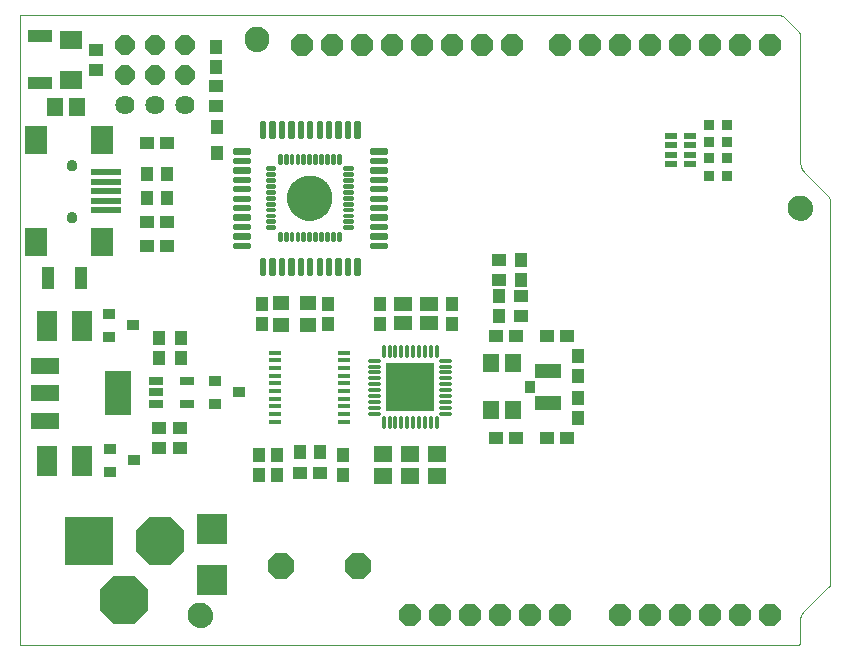
<source format=gts>
G75*
%MOIN*%
%OFA0B0*%
%FSLAX25Y25*%
%IPPOS*%
%LPD*%
%AMOC8*
5,1,8,0,0,1.08239X$1,22.5*
%
%ADD10C,0.00000*%
%ADD11C,0.08274*%
%ADD12R,0.16148X0.16148*%
%ADD13C,0.01384*%
%ADD14R,0.05518X0.06306*%
%ADD15R,0.05912X0.05124*%
%ADD16R,0.04731X0.04337*%
%ADD17R,0.04337X0.04731*%
%ADD18R,0.09061X0.04534*%
%ADD19R,0.03550X0.04337*%
%ADD20R,0.06306X0.05518*%
%ADD21R,0.04337X0.07487*%
%ADD22C,0.10000*%
%ADD23C,0.01186*%
%ADD24R,0.10400X0.02400*%
%ADD25R,0.07400X0.09400*%
%ADD26C,0.03600*%
%ADD27OC8,0.06502*%
%ADD28R,0.04337X0.05124*%
%ADD29R,0.05518X0.04534*%
%ADD30R,0.07487X0.05912*%
%ADD31R,0.09849X0.09849*%
%ADD32OC8,0.16148*%
%ADD33C,0.08077*%
%ADD34R,0.09200X0.05200*%
%ADD35R,0.09061X0.14573*%
%ADD36R,0.06699X0.09849*%
%ADD37R,0.05124X0.02565*%
%ADD38R,0.03900X0.03500*%
%ADD39R,0.08200X0.04400*%
%ADD40R,0.04300X0.01600*%
%ADD41C,0.01737*%
%ADD42C,0.04337*%
%ADD43C,0.06400*%
%ADD44R,0.03550X0.03550*%
%ADD45R,0.04400X0.02400*%
%ADD46OC8,0.07400*%
%ADD47OC8,0.08900*%
D10*
X0026130Y0004800D02*
X0026130Y0214800D01*
X0279204Y0214800D01*
X0280785Y0214145D02*
X0285716Y0209214D01*
X0286130Y0208214D02*
X0286130Y0165912D01*
X0286132Y0165774D01*
X0286137Y0165636D01*
X0286147Y0165498D01*
X0286160Y0165361D01*
X0286177Y0165224D01*
X0286197Y0165087D01*
X0286221Y0164951D01*
X0286249Y0164816D01*
X0286281Y0164681D01*
X0286316Y0164548D01*
X0286355Y0164415D01*
X0286397Y0164284D01*
X0286443Y0164154D01*
X0286492Y0164025D01*
X0286545Y0163897D01*
X0286601Y0163771D01*
X0286661Y0163646D01*
X0286724Y0163524D01*
X0286790Y0163402D01*
X0286860Y0163283D01*
X0286933Y0163166D01*
X0287009Y0163051D01*
X0287088Y0162937D01*
X0287170Y0162826D01*
X0287255Y0162717D01*
X0287343Y0162611D01*
X0287434Y0162507D01*
X0287527Y0162405D01*
X0287623Y0162306D01*
X0287623Y0162307D02*
X0295204Y0154726D01*
X0296130Y0152490D02*
X0296130Y0025628D01*
X0295544Y0024214D02*
X0287056Y0015726D01*
X0286130Y0013490D02*
X0286130Y0005800D01*
X0286128Y0005740D01*
X0286123Y0005679D01*
X0286114Y0005620D01*
X0286101Y0005561D01*
X0286085Y0005502D01*
X0286065Y0005445D01*
X0286042Y0005390D01*
X0286015Y0005335D01*
X0285986Y0005283D01*
X0285953Y0005232D01*
X0285917Y0005183D01*
X0285879Y0005137D01*
X0285837Y0005093D01*
X0285793Y0005051D01*
X0285747Y0005013D01*
X0285698Y0004977D01*
X0285647Y0004944D01*
X0285595Y0004915D01*
X0285540Y0004888D01*
X0285485Y0004865D01*
X0285428Y0004845D01*
X0285369Y0004829D01*
X0285310Y0004816D01*
X0285251Y0004807D01*
X0285190Y0004802D01*
X0285130Y0004800D01*
X0026130Y0004800D01*
X0082193Y0014800D02*
X0082195Y0014925D01*
X0082201Y0015050D01*
X0082211Y0015174D01*
X0082225Y0015298D01*
X0082242Y0015422D01*
X0082264Y0015545D01*
X0082290Y0015667D01*
X0082319Y0015789D01*
X0082352Y0015909D01*
X0082390Y0016028D01*
X0082430Y0016147D01*
X0082475Y0016263D01*
X0082523Y0016378D01*
X0082575Y0016492D01*
X0082631Y0016604D01*
X0082690Y0016714D01*
X0082752Y0016822D01*
X0082818Y0016929D01*
X0082887Y0017033D01*
X0082960Y0017134D01*
X0083035Y0017234D01*
X0083114Y0017331D01*
X0083196Y0017425D01*
X0083281Y0017517D01*
X0083368Y0017606D01*
X0083459Y0017692D01*
X0083552Y0017775D01*
X0083648Y0017856D01*
X0083746Y0017933D01*
X0083846Y0018007D01*
X0083949Y0018078D01*
X0084054Y0018145D01*
X0084162Y0018210D01*
X0084271Y0018270D01*
X0084382Y0018328D01*
X0084495Y0018381D01*
X0084609Y0018431D01*
X0084725Y0018478D01*
X0084842Y0018520D01*
X0084961Y0018559D01*
X0085081Y0018595D01*
X0085202Y0018626D01*
X0085324Y0018654D01*
X0085446Y0018677D01*
X0085570Y0018697D01*
X0085694Y0018713D01*
X0085818Y0018725D01*
X0085943Y0018733D01*
X0086068Y0018737D01*
X0086192Y0018737D01*
X0086317Y0018733D01*
X0086442Y0018725D01*
X0086566Y0018713D01*
X0086690Y0018697D01*
X0086814Y0018677D01*
X0086936Y0018654D01*
X0087058Y0018626D01*
X0087179Y0018595D01*
X0087299Y0018559D01*
X0087418Y0018520D01*
X0087535Y0018478D01*
X0087651Y0018431D01*
X0087765Y0018381D01*
X0087878Y0018328D01*
X0087989Y0018270D01*
X0088099Y0018210D01*
X0088206Y0018145D01*
X0088311Y0018078D01*
X0088414Y0018007D01*
X0088514Y0017933D01*
X0088612Y0017856D01*
X0088708Y0017775D01*
X0088801Y0017692D01*
X0088892Y0017606D01*
X0088979Y0017517D01*
X0089064Y0017425D01*
X0089146Y0017331D01*
X0089225Y0017234D01*
X0089300Y0017134D01*
X0089373Y0017033D01*
X0089442Y0016929D01*
X0089508Y0016822D01*
X0089570Y0016714D01*
X0089629Y0016604D01*
X0089685Y0016492D01*
X0089737Y0016378D01*
X0089785Y0016263D01*
X0089830Y0016147D01*
X0089870Y0016028D01*
X0089908Y0015909D01*
X0089941Y0015789D01*
X0089970Y0015667D01*
X0089996Y0015545D01*
X0090018Y0015422D01*
X0090035Y0015298D01*
X0090049Y0015174D01*
X0090059Y0015050D01*
X0090065Y0014925D01*
X0090067Y0014800D01*
X0090065Y0014675D01*
X0090059Y0014550D01*
X0090049Y0014426D01*
X0090035Y0014302D01*
X0090018Y0014178D01*
X0089996Y0014055D01*
X0089970Y0013933D01*
X0089941Y0013811D01*
X0089908Y0013691D01*
X0089870Y0013572D01*
X0089830Y0013453D01*
X0089785Y0013337D01*
X0089737Y0013222D01*
X0089685Y0013108D01*
X0089629Y0012996D01*
X0089570Y0012886D01*
X0089508Y0012778D01*
X0089442Y0012671D01*
X0089373Y0012567D01*
X0089300Y0012466D01*
X0089225Y0012366D01*
X0089146Y0012269D01*
X0089064Y0012175D01*
X0088979Y0012083D01*
X0088892Y0011994D01*
X0088801Y0011908D01*
X0088708Y0011825D01*
X0088612Y0011744D01*
X0088514Y0011667D01*
X0088414Y0011593D01*
X0088311Y0011522D01*
X0088206Y0011455D01*
X0088098Y0011390D01*
X0087989Y0011330D01*
X0087878Y0011272D01*
X0087765Y0011219D01*
X0087651Y0011169D01*
X0087535Y0011122D01*
X0087418Y0011080D01*
X0087299Y0011041D01*
X0087179Y0011005D01*
X0087058Y0010974D01*
X0086936Y0010946D01*
X0086814Y0010923D01*
X0086690Y0010903D01*
X0086566Y0010887D01*
X0086442Y0010875D01*
X0086317Y0010867D01*
X0086192Y0010863D01*
X0086068Y0010863D01*
X0085943Y0010867D01*
X0085818Y0010875D01*
X0085694Y0010887D01*
X0085570Y0010903D01*
X0085446Y0010923D01*
X0085324Y0010946D01*
X0085202Y0010974D01*
X0085081Y0011005D01*
X0084961Y0011041D01*
X0084842Y0011080D01*
X0084725Y0011122D01*
X0084609Y0011169D01*
X0084495Y0011219D01*
X0084382Y0011272D01*
X0084271Y0011330D01*
X0084161Y0011390D01*
X0084054Y0011455D01*
X0083949Y0011522D01*
X0083846Y0011593D01*
X0083746Y0011667D01*
X0083648Y0011744D01*
X0083552Y0011825D01*
X0083459Y0011908D01*
X0083368Y0011994D01*
X0083281Y0012083D01*
X0083196Y0012175D01*
X0083114Y0012269D01*
X0083035Y0012366D01*
X0082960Y0012466D01*
X0082887Y0012567D01*
X0082818Y0012671D01*
X0082752Y0012778D01*
X0082690Y0012886D01*
X0082631Y0012996D01*
X0082575Y0013108D01*
X0082523Y0013222D01*
X0082475Y0013337D01*
X0082430Y0013453D01*
X0082390Y0013572D01*
X0082352Y0013691D01*
X0082319Y0013811D01*
X0082290Y0013933D01*
X0082264Y0014055D01*
X0082242Y0014178D01*
X0082225Y0014302D01*
X0082211Y0014426D01*
X0082201Y0014550D01*
X0082195Y0014675D01*
X0082193Y0014800D01*
X0041613Y0147438D02*
X0041615Y0147518D01*
X0041621Y0147597D01*
X0041631Y0147676D01*
X0041645Y0147755D01*
X0041662Y0147833D01*
X0041684Y0147910D01*
X0041709Y0147985D01*
X0041739Y0148059D01*
X0041771Y0148132D01*
X0041808Y0148203D01*
X0041848Y0148272D01*
X0041891Y0148339D01*
X0041938Y0148404D01*
X0041987Y0148466D01*
X0042040Y0148526D01*
X0042096Y0148583D01*
X0042154Y0148638D01*
X0042215Y0148689D01*
X0042279Y0148737D01*
X0042345Y0148782D01*
X0042413Y0148824D01*
X0042483Y0148862D01*
X0042555Y0148896D01*
X0042628Y0148927D01*
X0042703Y0148955D01*
X0042780Y0148978D01*
X0042857Y0148998D01*
X0042935Y0149014D01*
X0043014Y0149026D01*
X0043093Y0149034D01*
X0043173Y0149038D01*
X0043253Y0149038D01*
X0043333Y0149034D01*
X0043412Y0149026D01*
X0043491Y0149014D01*
X0043569Y0148998D01*
X0043646Y0148978D01*
X0043723Y0148955D01*
X0043798Y0148927D01*
X0043871Y0148896D01*
X0043943Y0148862D01*
X0044013Y0148824D01*
X0044081Y0148782D01*
X0044147Y0148737D01*
X0044211Y0148689D01*
X0044272Y0148638D01*
X0044330Y0148583D01*
X0044386Y0148526D01*
X0044439Y0148466D01*
X0044488Y0148404D01*
X0044535Y0148339D01*
X0044578Y0148272D01*
X0044618Y0148203D01*
X0044655Y0148132D01*
X0044687Y0148059D01*
X0044717Y0147985D01*
X0044742Y0147910D01*
X0044764Y0147833D01*
X0044781Y0147755D01*
X0044795Y0147676D01*
X0044805Y0147597D01*
X0044811Y0147518D01*
X0044813Y0147438D01*
X0044811Y0147358D01*
X0044805Y0147279D01*
X0044795Y0147200D01*
X0044781Y0147121D01*
X0044764Y0147043D01*
X0044742Y0146966D01*
X0044717Y0146891D01*
X0044687Y0146817D01*
X0044655Y0146744D01*
X0044618Y0146673D01*
X0044578Y0146604D01*
X0044535Y0146537D01*
X0044488Y0146472D01*
X0044439Y0146410D01*
X0044386Y0146350D01*
X0044330Y0146293D01*
X0044272Y0146238D01*
X0044211Y0146187D01*
X0044147Y0146139D01*
X0044081Y0146094D01*
X0044013Y0146052D01*
X0043943Y0146014D01*
X0043871Y0145980D01*
X0043798Y0145949D01*
X0043723Y0145921D01*
X0043646Y0145898D01*
X0043569Y0145878D01*
X0043491Y0145862D01*
X0043412Y0145850D01*
X0043333Y0145842D01*
X0043253Y0145838D01*
X0043173Y0145838D01*
X0043093Y0145842D01*
X0043014Y0145850D01*
X0042935Y0145862D01*
X0042857Y0145878D01*
X0042780Y0145898D01*
X0042703Y0145921D01*
X0042628Y0145949D01*
X0042555Y0145980D01*
X0042483Y0146014D01*
X0042413Y0146052D01*
X0042345Y0146094D01*
X0042279Y0146139D01*
X0042215Y0146187D01*
X0042154Y0146238D01*
X0042096Y0146293D01*
X0042040Y0146350D01*
X0041987Y0146410D01*
X0041938Y0146472D01*
X0041891Y0146537D01*
X0041848Y0146604D01*
X0041808Y0146673D01*
X0041771Y0146744D01*
X0041739Y0146817D01*
X0041709Y0146891D01*
X0041684Y0146966D01*
X0041662Y0147043D01*
X0041645Y0147121D01*
X0041631Y0147200D01*
X0041621Y0147279D01*
X0041615Y0147358D01*
X0041613Y0147438D01*
X0041613Y0164761D02*
X0041615Y0164841D01*
X0041621Y0164920D01*
X0041631Y0164999D01*
X0041645Y0165078D01*
X0041662Y0165156D01*
X0041684Y0165233D01*
X0041709Y0165308D01*
X0041739Y0165382D01*
X0041771Y0165455D01*
X0041808Y0165526D01*
X0041848Y0165595D01*
X0041891Y0165662D01*
X0041938Y0165727D01*
X0041987Y0165789D01*
X0042040Y0165849D01*
X0042096Y0165906D01*
X0042154Y0165961D01*
X0042215Y0166012D01*
X0042279Y0166060D01*
X0042345Y0166105D01*
X0042413Y0166147D01*
X0042483Y0166185D01*
X0042555Y0166219D01*
X0042628Y0166250D01*
X0042703Y0166278D01*
X0042780Y0166301D01*
X0042857Y0166321D01*
X0042935Y0166337D01*
X0043014Y0166349D01*
X0043093Y0166357D01*
X0043173Y0166361D01*
X0043253Y0166361D01*
X0043333Y0166357D01*
X0043412Y0166349D01*
X0043491Y0166337D01*
X0043569Y0166321D01*
X0043646Y0166301D01*
X0043723Y0166278D01*
X0043798Y0166250D01*
X0043871Y0166219D01*
X0043943Y0166185D01*
X0044013Y0166147D01*
X0044081Y0166105D01*
X0044147Y0166060D01*
X0044211Y0166012D01*
X0044272Y0165961D01*
X0044330Y0165906D01*
X0044386Y0165849D01*
X0044439Y0165789D01*
X0044488Y0165727D01*
X0044535Y0165662D01*
X0044578Y0165595D01*
X0044618Y0165526D01*
X0044655Y0165455D01*
X0044687Y0165382D01*
X0044717Y0165308D01*
X0044742Y0165233D01*
X0044764Y0165156D01*
X0044781Y0165078D01*
X0044795Y0164999D01*
X0044805Y0164920D01*
X0044811Y0164841D01*
X0044813Y0164761D01*
X0044811Y0164681D01*
X0044805Y0164602D01*
X0044795Y0164523D01*
X0044781Y0164444D01*
X0044764Y0164366D01*
X0044742Y0164289D01*
X0044717Y0164214D01*
X0044687Y0164140D01*
X0044655Y0164067D01*
X0044618Y0163996D01*
X0044578Y0163927D01*
X0044535Y0163860D01*
X0044488Y0163795D01*
X0044439Y0163733D01*
X0044386Y0163673D01*
X0044330Y0163616D01*
X0044272Y0163561D01*
X0044211Y0163510D01*
X0044147Y0163462D01*
X0044081Y0163417D01*
X0044013Y0163375D01*
X0043943Y0163337D01*
X0043871Y0163303D01*
X0043798Y0163272D01*
X0043723Y0163244D01*
X0043646Y0163221D01*
X0043569Y0163201D01*
X0043491Y0163185D01*
X0043412Y0163173D01*
X0043333Y0163165D01*
X0043253Y0163161D01*
X0043173Y0163161D01*
X0043093Y0163165D01*
X0043014Y0163173D01*
X0042935Y0163185D01*
X0042857Y0163201D01*
X0042780Y0163221D01*
X0042703Y0163244D01*
X0042628Y0163272D01*
X0042555Y0163303D01*
X0042483Y0163337D01*
X0042413Y0163375D01*
X0042345Y0163417D01*
X0042279Y0163462D01*
X0042215Y0163510D01*
X0042154Y0163561D01*
X0042096Y0163616D01*
X0042040Y0163673D01*
X0041987Y0163733D01*
X0041938Y0163795D01*
X0041891Y0163860D01*
X0041848Y0163927D01*
X0041808Y0163996D01*
X0041771Y0164067D01*
X0041739Y0164140D01*
X0041709Y0164214D01*
X0041684Y0164289D01*
X0041662Y0164366D01*
X0041645Y0164444D01*
X0041631Y0164523D01*
X0041621Y0164602D01*
X0041615Y0164681D01*
X0041613Y0164761D01*
X0100943Y0206800D02*
X0100945Y0206925D01*
X0100951Y0207050D01*
X0100961Y0207174D01*
X0100975Y0207298D01*
X0100992Y0207422D01*
X0101014Y0207545D01*
X0101040Y0207667D01*
X0101069Y0207789D01*
X0101102Y0207909D01*
X0101140Y0208028D01*
X0101180Y0208147D01*
X0101225Y0208263D01*
X0101273Y0208378D01*
X0101325Y0208492D01*
X0101381Y0208604D01*
X0101440Y0208714D01*
X0101502Y0208822D01*
X0101568Y0208929D01*
X0101637Y0209033D01*
X0101710Y0209134D01*
X0101785Y0209234D01*
X0101864Y0209331D01*
X0101946Y0209425D01*
X0102031Y0209517D01*
X0102118Y0209606D01*
X0102209Y0209692D01*
X0102302Y0209775D01*
X0102398Y0209856D01*
X0102496Y0209933D01*
X0102596Y0210007D01*
X0102699Y0210078D01*
X0102804Y0210145D01*
X0102912Y0210210D01*
X0103021Y0210270D01*
X0103132Y0210328D01*
X0103245Y0210381D01*
X0103359Y0210431D01*
X0103475Y0210478D01*
X0103592Y0210520D01*
X0103711Y0210559D01*
X0103831Y0210595D01*
X0103952Y0210626D01*
X0104074Y0210654D01*
X0104196Y0210677D01*
X0104320Y0210697D01*
X0104444Y0210713D01*
X0104568Y0210725D01*
X0104693Y0210733D01*
X0104818Y0210737D01*
X0104942Y0210737D01*
X0105067Y0210733D01*
X0105192Y0210725D01*
X0105316Y0210713D01*
X0105440Y0210697D01*
X0105564Y0210677D01*
X0105686Y0210654D01*
X0105808Y0210626D01*
X0105929Y0210595D01*
X0106049Y0210559D01*
X0106168Y0210520D01*
X0106285Y0210478D01*
X0106401Y0210431D01*
X0106515Y0210381D01*
X0106628Y0210328D01*
X0106739Y0210270D01*
X0106849Y0210210D01*
X0106956Y0210145D01*
X0107061Y0210078D01*
X0107164Y0210007D01*
X0107264Y0209933D01*
X0107362Y0209856D01*
X0107458Y0209775D01*
X0107551Y0209692D01*
X0107642Y0209606D01*
X0107729Y0209517D01*
X0107814Y0209425D01*
X0107896Y0209331D01*
X0107975Y0209234D01*
X0108050Y0209134D01*
X0108123Y0209033D01*
X0108192Y0208929D01*
X0108258Y0208822D01*
X0108320Y0208714D01*
X0108379Y0208604D01*
X0108435Y0208492D01*
X0108487Y0208378D01*
X0108535Y0208263D01*
X0108580Y0208147D01*
X0108620Y0208028D01*
X0108658Y0207909D01*
X0108691Y0207789D01*
X0108720Y0207667D01*
X0108746Y0207545D01*
X0108768Y0207422D01*
X0108785Y0207298D01*
X0108799Y0207174D01*
X0108809Y0207050D01*
X0108815Y0206925D01*
X0108817Y0206800D01*
X0108815Y0206675D01*
X0108809Y0206550D01*
X0108799Y0206426D01*
X0108785Y0206302D01*
X0108768Y0206178D01*
X0108746Y0206055D01*
X0108720Y0205933D01*
X0108691Y0205811D01*
X0108658Y0205691D01*
X0108620Y0205572D01*
X0108580Y0205453D01*
X0108535Y0205337D01*
X0108487Y0205222D01*
X0108435Y0205108D01*
X0108379Y0204996D01*
X0108320Y0204886D01*
X0108258Y0204778D01*
X0108192Y0204671D01*
X0108123Y0204567D01*
X0108050Y0204466D01*
X0107975Y0204366D01*
X0107896Y0204269D01*
X0107814Y0204175D01*
X0107729Y0204083D01*
X0107642Y0203994D01*
X0107551Y0203908D01*
X0107458Y0203825D01*
X0107362Y0203744D01*
X0107264Y0203667D01*
X0107164Y0203593D01*
X0107061Y0203522D01*
X0106956Y0203455D01*
X0106848Y0203390D01*
X0106739Y0203330D01*
X0106628Y0203272D01*
X0106515Y0203219D01*
X0106401Y0203169D01*
X0106285Y0203122D01*
X0106168Y0203080D01*
X0106049Y0203041D01*
X0105929Y0203005D01*
X0105808Y0202974D01*
X0105686Y0202946D01*
X0105564Y0202923D01*
X0105440Y0202903D01*
X0105316Y0202887D01*
X0105192Y0202875D01*
X0105067Y0202867D01*
X0104942Y0202863D01*
X0104818Y0202863D01*
X0104693Y0202867D01*
X0104568Y0202875D01*
X0104444Y0202887D01*
X0104320Y0202903D01*
X0104196Y0202923D01*
X0104074Y0202946D01*
X0103952Y0202974D01*
X0103831Y0203005D01*
X0103711Y0203041D01*
X0103592Y0203080D01*
X0103475Y0203122D01*
X0103359Y0203169D01*
X0103245Y0203219D01*
X0103132Y0203272D01*
X0103021Y0203330D01*
X0102911Y0203390D01*
X0102804Y0203455D01*
X0102699Y0203522D01*
X0102596Y0203593D01*
X0102496Y0203667D01*
X0102398Y0203744D01*
X0102302Y0203825D01*
X0102209Y0203908D01*
X0102118Y0203994D01*
X0102031Y0204083D01*
X0101946Y0204175D01*
X0101864Y0204269D01*
X0101785Y0204366D01*
X0101710Y0204466D01*
X0101637Y0204567D01*
X0101568Y0204671D01*
X0101502Y0204778D01*
X0101440Y0204886D01*
X0101381Y0204996D01*
X0101325Y0205108D01*
X0101273Y0205222D01*
X0101225Y0205337D01*
X0101180Y0205453D01*
X0101140Y0205572D01*
X0101102Y0205691D01*
X0101069Y0205811D01*
X0101040Y0205933D01*
X0101014Y0206055D01*
X0100992Y0206178D01*
X0100975Y0206302D01*
X0100961Y0206426D01*
X0100951Y0206550D01*
X0100945Y0206675D01*
X0100943Y0206800D01*
X0279204Y0214800D02*
X0279296Y0214798D01*
X0279389Y0214792D01*
X0279481Y0214783D01*
X0279572Y0214770D01*
X0279663Y0214752D01*
X0279753Y0214732D01*
X0279842Y0214707D01*
X0279930Y0214679D01*
X0280017Y0214647D01*
X0280102Y0214612D01*
X0280186Y0214573D01*
X0280268Y0214531D01*
X0280349Y0214485D01*
X0280427Y0214436D01*
X0280503Y0214384D01*
X0280577Y0214329D01*
X0280649Y0214270D01*
X0280718Y0214209D01*
X0280785Y0214145D01*
X0285716Y0209214D02*
X0285767Y0209160D01*
X0285815Y0209104D01*
X0285860Y0209045D01*
X0285902Y0208984D01*
X0285941Y0208921D01*
X0285976Y0208856D01*
X0286008Y0208789D01*
X0286036Y0208721D01*
X0286061Y0208651D01*
X0286082Y0208580D01*
X0286099Y0208508D01*
X0286113Y0208435D01*
X0286122Y0208362D01*
X0286128Y0208288D01*
X0286130Y0208214D01*
X0295204Y0154726D02*
X0295279Y0154648D01*
X0295351Y0154568D01*
X0295421Y0154485D01*
X0295487Y0154401D01*
X0295551Y0154313D01*
X0295612Y0154224D01*
X0295670Y0154133D01*
X0295724Y0154040D01*
X0295775Y0153945D01*
X0295824Y0153848D01*
X0295868Y0153750D01*
X0295910Y0153650D01*
X0295947Y0153549D01*
X0295982Y0153447D01*
X0296013Y0153343D01*
X0296040Y0153239D01*
X0296064Y0153133D01*
X0296084Y0153027D01*
X0296101Y0152921D01*
X0296113Y0152813D01*
X0296123Y0152706D01*
X0296128Y0152598D01*
X0296130Y0152490D01*
X0282193Y0150550D02*
X0282195Y0150675D01*
X0282201Y0150800D01*
X0282211Y0150924D01*
X0282225Y0151048D01*
X0282242Y0151172D01*
X0282264Y0151295D01*
X0282290Y0151417D01*
X0282319Y0151539D01*
X0282352Y0151659D01*
X0282390Y0151778D01*
X0282430Y0151897D01*
X0282475Y0152013D01*
X0282523Y0152128D01*
X0282575Y0152242D01*
X0282631Y0152354D01*
X0282690Y0152464D01*
X0282752Y0152572D01*
X0282818Y0152679D01*
X0282887Y0152783D01*
X0282960Y0152884D01*
X0283035Y0152984D01*
X0283114Y0153081D01*
X0283196Y0153175D01*
X0283281Y0153267D01*
X0283368Y0153356D01*
X0283459Y0153442D01*
X0283552Y0153525D01*
X0283648Y0153606D01*
X0283746Y0153683D01*
X0283846Y0153757D01*
X0283949Y0153828D01*
X0284054Y0153895D01*
X0284162Y0153960D01*
X0284271Y0154020D01*
X0284382Y0154078D01*
X0284495Y0154131D01*
X0284609Y0154181D01*
X0284725Y0154228D01*
X0284842Y0154270D01*
X0284961Y0154309D01*
X0285081Y0154345D01*
X0285202Y0154376D01*
X0285324Y0154404D01*
X0285446Y0154427D01*
X0285570Y0154447D01*
X0285694Y0154463D01*
X0285818Y0154475D01*
X0285943Y0154483D01*
X0286068Y0154487D01*
X0286192Y0154487D01*
X0286317Y0154483D01*
X0286442Y0154475D01*
X0286566Y0154463D01*
X0286690Y0154447D01*
X0286814Y0154427D01*
X0286936Y0154404D01*
X0287058Y0154376D01*
X0287179Y0154345D01*
X0287299Y0154309D01*
X0287418Y0154270D01*
X0287535Y0154228D01*
X0287651Y0154181D01*
X0287765Y0154131D01*
X0287878Y0154078D01*
X0287989Y0154020D01*
X0288099Y0153960D01*
X0288206Y0153895D01*
X0288311Y0153828D01*
X0288414Y0153757D01*
X0288514Y0153683D01*
X0288612Y0153606D01*
X0288708Y0153525D01*
X0288801Y0153442D01*
X0288892Y0153356D01*
X0288979Y0153267D01*
X0289064Y0153175D01*
X0289146Y0153081D01*
X0289225Y0152984D01*
X0289300Y0152884D01*
X0289373Y0152783D01*
X0289442Y0152679D01*
X0289508Y0152572D01*
X0289570Y0152464D01*
X0289629Y0152354D01*
X0289685Y0152242D01*
X0289737Y0152128D01*
X0289785Y0152013D01*
X0289830Y0151897D01*
X0289870Y0151778D01*
X0289908Y0151659D01*
X0289941Y0151539D01*
X0289970Y0151417D01*
X0289996Y0151295D01*
X0290018Y0151172D01*
X0290035Y0151048D01*
X0290049Y0150924D01*
X0290059Y0150800D01*
X0290065Y0150675D01*
X0290067Y0150550D01*
X0290065Y0150425D01*
X0290059Y0150300D01*
X0290049Y0150176D01*
X0290035Y0150052D01*
X0290018Y0149928D01*
X0289996Y0149805D01*
X0289970Y0149683D01*
X0289941Y0149561D01*
X0289908Y0149441D01*
X0289870Y0149322D01*
X0289830Y0149203D01*
X0289785Y0149087D01*
X0289737Y0148972D01*
X0289685Y0148858D01*
X0289629Y0148746D01*
X0289570Y0148636D01*
X0289508Y0148528D01*
X0289442Y0148421D01*
X0289373Y0148317D01*
X0289300Y0148216D01*
X0289225Y0148116D01*
X0289146Y0148019D01*
X0289064Y0147925D01*
X0288979Y0147833D01*
X0288892Y0147744D01*
X0288801Y0147658D01*
X0288708Y0147575D01*
X0288612Y0147494D01*
X0288514Y0147417D01*
X0288414Y0147343D01*
X0288311Y0147272D01*
X0288206Y0147205D01*
X0288098Y0147140D01*
X0287989Y0147080D01*
X0287878Y0147022D01*
X0287765Y0146969D01*
X0287651Y0146919D01*
X0287535Y0146872D01*
X0287418Y0146830D01*
X0287299Y0146791D01*
X0287179Y0146755D01*
X0287058Y0146724D01*
X0286936Y0146696D01*
X0286814Y0146673D01*
X0286690Y0146653D01*
X0286566Y0146637D01*
X0286442Y0146625D01*
X0286317Y0146617D01*
X0286192Y0146613D01*
X0286068Y0146613D01*
X0285943Y0146617D01*
X0285818Y0146625D01*
X0285694Y0146637D01*
X0285570Y0146653D01*
X0285446Y0146673D01*
X0285324Y0146696D01*
X0285202Y0146724D01*
X0285081Y0146755D01*
X0284961Y0146791D01*
X0284842Y0146830D01*
X0284725Y0146872D01*
X0284609Y0146919D01*
X0284495Y0146969D01*
X0284382Y0147022D01*
X0284271Y0147080D01*
X0284161Y0147140D01*
X0284054Y0147205D01*
X0283949Y0147272D01*
X0283846Y0147343D01*
X0283746Y0147417D01*
X0283648Y0147494D01*
X0283552Y0147575D01*
X0283459Y0147658D01*
X0283368Y0147744D01*
X0283281Y0147833D01*
X0283196Y0147925D01*
X0283114Y0148019D01*
X0283035Y0148116D01*
X0282960Y0148216D01*
X0282887Y0148317D01*
X0282818Y0148421D01*
X0282752Y0148528D01*
X0282690Y0148636D01*
X0282631Y0148746D01*
X0282575Y0148858D01*
X0282523Y0148972D01*
X0282475Y0149087D01*
X0282430Y0149203D01*
X0282390Y0149322D01*
X0282352Y0149441D01*
X0282319Y0149561D01*
X0282290Y0149683D01*
X0282264Y0149805D01*
X0282242Y0149928D01*
X0282225Y0150052D01*
X0282211Y0150176D01*
X0282201Y0150300D01*
X0282195Y0150425D01*
X0282193Y0150550D01*
X0296130Y0025628D02*
X0296128Y0025541D01*
X0296122Y0025454D01*
X0296113Y0025367D01*
X0296100Y0025281D01*
X0296083Y0025195D01*
X0296062Y0025110D01*
X0296037Y0025027D01*
X0296009Y0024944D01*
X0295978Y0024863D01*
X0295943Y0024783D01*
X0295904Y0024705D01*
X0295862Y0024628D01*
X0295817Y0024553D01*
X0295768Y0024481D01*
X0295717Y0024410D01*
X0295662Y0024342D01*
X0295605Y0024277D01*
X0295544Y0024214D01*
X0287056Y0015726D02*
X0286981Y0015648D01*
X0286909Y0015568D01*
X0286839Y0015485D01*
X0286773Y0015401D01*
X0286709Y0015313D01*
X0286648Y0015224D01*
X0286590Y0015133D01*
X0286536Y0015040D01*
X0286485Y0014945D01*
X0286436Y0014848D01*
X0286392Y0014750D01*
X0286350Y0014650D01*
X0286313Y0014549D01*
X0286278Y0014447D01*
X0286247Y0014343D01*
X0286220Y0014239D01*
X0286196Y0014133D01*
X0286176Y0014027D01*
X0286159Y0013921D01*
X0286147Y0013813D01*
X0286137Y0013706D01*
X0286132Y0013598D01*
X0286130Y0013490D01*
D11*
X0286130Y0150550D03*
X0104880Y0206800D03*
X0086130Y0014800D03*
D12*
X0049030Y0039500D03*
X0156114Y0090800D03*
D13*
X0145819Y0089816D02*
X0142867Y0089816D01*
X0142867Y0091784D02*
X0145819Y0091784D01*
X0145819Y0093753D02*
X0142867Y0093753D01*
X0142867Y0095721D02*
X0145819Y0095721D01*
X0145819Y0097690D02*
X0142867Y0097690D01*
X0142867Y0099658D02*
X0145819Y0099658D01*
X0147256Y0101096D02*
X0147256Y0104048D01*
X0149224Y0104048D02*
X0149224Y0101096D01*
X0151193Y0101096D02*
X0151193Y0104048D01*
X0153161Y0104048D02*
X0153161Y0101096D01*
X0155130Y0101096D02*
X0155130Y0104048D01*
X0157098Y0104048D02*
X0157098Y0101096D01*
X0159067Y0101096D02*
X0159067Y0104048D01*
X0161036Y0104048D02*
X0161036Y0101096D01*
X0163004Y0101096D02*
X0163004Y0104048D01*
X0164973Y0104048D02*
X0164973Y0101096D01*
X0166410Y0099658D02*
X0169362Y0099658D01*
X0169362Y0097690D02*
X0166410Y0097690D01*
X0166410Y0095721D02*
X0169362Y0095721D01*
X0169362Y0093753D02*
X0166410Y0093753D01*
X0166410Y0091784D02*
X0169362Y0091784D01*
X0169362Y0089816D02*
X0166410Y0089816D01*
X0166410Y0087847D02*
X0169362Y0087847D01*
X0169362Y0085879D02*
X0166410Y0085879D01*
X0166410Y0083910D02*
X0169362Y0083910D01*
X0169362Y0081942D02*
X0166410Y0081942D01*
X0164973Y0080504D02*
X0164973Y0077552D01*
X0163004Y0077552D02*
X0163004Y0080504D01*
X0161036Y0080504D02*
X0161036Y0077552D01*
X0159067Y0077552D02*
X0159067Y0080504D01*
X0157098Y0080504D02*
X0157098Y0077552D01*
X0155130Y0077552D02*
X0155130Y0080504D01*
X0153161Y0080504D02*
X0153161Y0077552D01*
X0151193Y0077552D02*
X0151193Y0080504D01*
X0149224Y0080504D02*
X0149224Y0077552D01*
X0147256Y0077552D02*
X0147256Y0080504D01*
X0145819Y0081942D02*
X0142867Y0081942D01*
X0142867Y0083910D02*
X0145819Y0083910D01*
X0145819Y0085879D02*
X0142867Y0085879D01*
X0142867Y0087847D02*
X0145819Y0087847D01*
D14*
X0182890Y0083300D03*
X0190370Y0083300D03*
X0190370Y0098800D03*
X0182890Y0098800D03*
X0045170Y0184100D03*
X0037690Y0184100D03*
D15*
X0153799Y0118450D03*
X0153799Y0112150D03*
X0162461Y0112150D03*
X0162461Y0118450D03*
D16*
X0185630Y0126454D03*
X0185630Y0133146D03*
X0193130Y0121146D03*
X0193130Y0114454D03*
X0191476Y0107800D03*
X0184784Y0107800D03*
X0201784Y0107800D03*
X0208476Y0107800D03*
X0208476Y0073800D03*
X0201784Y0073800D03*
X0191476Y0073800D03*
X0184784Y0073800D03*
X0125976Y0062050D03*
X0119284Y0062050D03*
X0079380Y0070454D03*
X0072380Y0070454D03*
X0072380Y0077146D03*
X0079380Y0077146D03*
X0074976Y0137800D03*
X0068284Y0137800D03*
X0068284Y0145800D03*
X0074976Y0145800D03*
X0074976Y0172300D03*
X0068284Y0172300D03*
X0091433Y0184572D03*
X0091433Y0191265D03*
X0051230Y0196454D03*
X0051230Y0203146D03*
D17*
X0091465Y0204111D03*
X0091465Y0197418D03*
X0074976Y0161800D03*
X0068284Y0161800D03*
X0068284Y0153800D03*
X0074976Y0153800D03*
X0106630Y0118646D03*
X0106630Y0111954D03*
X0128630Y0111954D03*
X0128630Y0118646D03*
X0146130Y0118646D03*
X0146130Y0111954D03*
X0170130Y0111954D03*
X0170130Y0118646D03*
X0185630Y0121146D03*
X0185630Y0114454D03*
X0193130Y0126454D03*
X0193130Y0133146D03*
X0212130Y0101146D03*
X0212130Y0094454D03*
X0212130Y0087146D03*
X0212130Y0080454D03*
X0133630Y0068146D03*
X0133630Y0061454D03*
X0125976Y0069300D03*
X0119284Y0069300D03*
X0111630Y0068146D03*
X0105630Y0068146D03*
X0105630Y0061454D03*
X0111630Y0061454D03*
X0079630Y0100454D03*
X0072380Y0100454D03*
X0072380Y0107146D03*
X0079630Y0107146D03*
D18*
X0202130Y0096213D03*
X0202130Y0085387D03*
D19*
X0196126Y0090800D03*
D20*
X0165130Y0068540D03*
X0165130Y0061060D03*
X0156130Y0061060D03*
X0156130Y0068540D03*
X0147130Y0068540D03*
X0147130Y0061060D03*
D21*
X0046392Y0127300D03*
X0035368Y0127300D03*
D22*
X0120130Y0153800D02*
X0120132Y0153899D01*
X0120138Y0153999D01*
X0120148Y0154098D01*
X0120162Y0154196D01*
X0120179Y0154294D01*
X0120201Y0154391D01*
X0120226Y0154487D01*
X0120255Y0154582D01*
X0120288Y0154676D01*
X0120325Y0154768D01*
X0120365Y0154859D01*
X0120409Y0154948D01*
X0120457Y0155036D01*
X0120508Y0155121D01*
X0120562Y0155204D01*
X0120619Y0155286D01*
X0120680Y0155364D01*
X0120744Y0155441D01*
X0120810Y0155514D01*
X0120880Y0155585D01*
X0120952Y0155653D01*
X0121027Y0155719D01*
X0121105Y0155781D01*
X0121185Y0155840D01*
X0121267Y0155896D01*
X0121351Y0155948D01*
X0121438Y0155997D01*
X0121526Y0156043D01*
X0121616Y0156085D01*
X0121708Y0156124D01*
X0121801Y0156159D01*
X0121895Y0156190D01*
X0121991Y0156217D01*
X0122088Y0156240D01*
X0122185Y0156260D01*
X0122283Y0156276D01*
X0122382Y0156288D01*
X0122481Y0156296D01*
X0122580Y0156300D01*
X0122680Y0156300D01*
X0122779Y0156296D01*
X0122878Y0156288D01*
X0122977Y0156276D01*
X0123075Y0156260D01*
X0123172Y0156240D01*
X0123269Y0156217D01*
X0123365Y0156190D01*
X0123459Y0156159D01*
X0123552Y0156124D01*
X0123644Y0156085D01*
X0123734Y0156043D01*
X0123822Y0155997D01*
X0123909Y0155948D01*
X0123993Y0155896D01*
X0124075Y0155840D01*
X0124155Y0155781D01*
X0124233Y0155719D01*
X0124308Y0155653D01*
X0124380Y0155585D01*
X0124450Y0155514D01*
X0124516Y0155441D01*
X0124580Y0155364D01*
X0124641Y0155286D01*
X0124698Y0155204D01*
X0124752Y0155121D01*
X0124803Y0155036D01*
X0124851Y0154948D01*
X0124895Y0154859D01*
X0124935Y0154768D01*
X0124972Y0154676D01*
X0125005Y0154582D01*
X0125034Y0154487D01*
X0125059Y0154391D01*
X0125081Y0154294D01*
X0125098Y0154196D01*
X0125112Y0154098D01*
X0125122Y0153999D01*
X0125128Y0153899D01*
X0125130Y0153800D01*
X0125128Y0153701D01*
X0125122Y0153601D01*
X0125112Y0153502D01*
X0125098Y0153404D01*
X0125081Y0153306D01*
X0125059Y0153209D01*
X0125034Y0153113D01*
X0125005Y0153018D01*
X0124972Y0152924D01*
X0124935Y0152832D01*
X0124895Y0152741D01*
X0124851Y0152652D01*
X0124803Y0152564D01*
X0124752Y0152479D01*
X0124698Y0152396D01*
X0124641Y0152314D01*
X0124580Y0152236D01*
X0124516Y0152159D01*
X0124450Y0152086D01*
X0124380Y0152015D01*
X0124308Y0151947D01*
X0124233Y0151881D01*
X0124155Y0151819D01*
X0124075Y0151760D01*
X0123993Y0151704D01*
X0123909Y0151652D01*
X0123822Y0151603D01*
X0123734Y0151557D01*
X0123644Y0151515D01*
X0123552Y0151476D01*
X0123459Y0151441D01*
X0123365Y0151410D01*
X0123269Y0151383D01*
X0123172Y0151360D01*
X0123075Y0151340D01*
X0122977Y0151324D01*
X0122878Y0151312D01*
X0122779Y0151304D01*
X0122680Y0151300D01*
X0122580Y0151300D01*
X0122481Y0151304D01*
X0122382Y0151312D01*
X0122283Y0151324D01*
X0122185Y0151340D01*
X0122088Y0151360D01*
X0121991Y0151383D01*
X0121895Y0151410D01*
X0121801Y0151441D01*
X0121708Y0151476D01*
X0121616Y0151515D01*
X0121526Y0151557D01*
X0121438Y0151603D01*
X0121351Y0151652D01*
X0121267Y0151704D01*
X0121185Y0151760D01*
X0121105Y0151819D01*
X0121027Y0151881D01*
X0120952Y0151947D01*
X0120880Y0152015D01*
X0120810Y0152086D01*
X0120744Y0152159D01*
X0120680Y0152236D01*
X0120619Y0152314D01*
X0120562Y0152396D01*
X0120508Y0152479D01*
X0120457Y0152564D01*
X0120409Y0152652D01*
X0120365Y0152741D01*
X0120325Y0152832D01*
X0120288Y0152924D01*
X0120255Y0153018D01*
X0120226Y0153113D01*
X0120201Y0153209D01*
X0120179Y0153306D01*
X0120162Y0153404D01*
X0120148Y0153502D01*
X0120138Y0153601D01*
X0120132Y0153701D01*
X0120130Y0153800D01*
D23*
X0110819Y0153652D02*
X0108653Y0153652D01*
X0108653Y0153948D01*
X0110819Y0153948D01*
X0110819Y0153652D01*
X0110819Y0151683D02*
X0108653Y0151683D01*
X0108653Y0151979D01*
X0110819Y0151979D01*
X0110819Y0151683D01*
X0110819Y0149715D02*
X0108653Y0149715D01*
X0108653Y0150011D01*
X0110819Y0150011D01*
X0110819Y0149715D01*
X0110819Y0147746D02*
X0108653Y0147746D01*
X0108653Y0148042D01*
X0110819Y0148042D01*
X0110819Y0147746D01*
X0110819Y0145778D02*
X0108653Y0145778D01*
X0108653Y0146074D01*
X0110819Y0146074D01*
X0110819Y0145778D01*
X0110819Y0143809D02*
X0108653Y0143809D01*
X0108653Y0144105D01*
X0110819Y0144105D01*
X0110819Y0143809D01*
X0112935Y0141989D02*
X0112935Y0139823D01*
X0112639Y0139823D01*
X0112639Y0141989D01*
X0112935Y0141989D01*
X0112935Y0141008D02*
X0112639Y0141008D01*
X0114904Y0141989D02*
X0114904Y0139823D01*
X0114608Y0139823D01*
X0114608Y0141989D01*
X0114904Y0141989D01*
X0114904Y0141008D02*
X0114608Y0141008D01*
X0116872Y0141989D02*
X0116872Y0139823D01*
X0116576Y0139823D01*
X0116576Y0141989D01*
X0116872Y0141989D01*
X0116872Y0141008D02*
X0116576Y0141008D01*
X0118841Y0141989D02*
X0118841Y0139823D01*
X0118545Y0139823D01*
X0118545Y0141989D01*
X0118841Y0141989D01*
X0118841Y0141008D02*
X0118545Y0141008D01*
X0120809Y0141989D02*
X0120809Y0139823D01*
X0120513Y0139823D01*
X0120513Y0141989D01*
X0120809Y0141989D01*
X0120809Y0141008D02*
X0120513Y0141008D01*
X0122778Y0141989D02*
X0122778Y0139823D01*
X0122482Y0139823D01*
X0122482Y0141989D01*
X0122778Y0141989D01*
X0122778Y0141008D02*
X0122482Y0141008D01*
X0124746Y0141989D02*
X0124746Y0139823D01*
X0124450Y0139823D01*
X0124450Y0141989D01*
X0124746Y0141989D01*
X0124746Y0141008D02*
X0124450Y0141008D01*
X0126715Y0141989D02*
X0126715Y0139823D01*
X0126419Y0139823D01*
X0126419Y0141989D01*
X0126715Y0141989D01*
X0126715Y0141008D02*
X0126419Y0141008D01*
X0128684Y0141989D02*
X0128684Y0139823D01*
X0128388Y0139823D01*
X0128388Y0141989D01*
X0128684Y0141989D01*
X0128684Y0141008D02*
X0128388Y0141008D01*
X0130652Y0141989D02*
X0130652Y0139823D01*
X0130356Y0139823D01*
X0130356Y0141989D01*
X0130652Y0141989D01*
X0130652Y0141008D02*
X0130356Y0141008D01*
X0132621Y0141989D02*
X0132621Y0139823D01*
X0132325Y0139823D01*
X0132325Y0141989D01*
X0132621Y0141989D01*
X0132621Y0141008D02*
X0132325Y0141008D01*
X0134441Y0144105D02*
X0136607Y0144105D01*
X0136607Y0143809D01*
X0134441Y0143809D01*
X0134441Y0144105D01*
X0134441Y0146074D02*
X0136607Y0146074D01*
X0136607Y0145778D01*
X0134441Y0145778D01*
X0134441Y0146074D01*
X0134441Y0148042D02*
X0136607Y0148042D01*
X0136607Y0147746D01*
X0134441Y0147746D01*
X0134441Y0148042D01*
X0134441Y0150011D02*
X0136607Y0150011D01*
X0136607Y0149715D01*
X0134441Y0149715D01*
X0134441Y0150011D01*
X0134441Y0151979D02*
X0136607Y0151979D01*
X0136607Y0151683D01*
X0134441Y0151683D01*
X0134441Y0151979D01*
X0134441Y0153948D02*
X0136607Y0153948D01*
X0136607Y0153652D01*
X0134441Y0153652D01*
X0134441Y0153948D01*
X0134441Y0155917D02*
X0136607Y0155917D01*
X0136607Y0155621D01*
X0134441Y0155621D01*
X0134441Y0155917D01*
X0134441Y0157885D02*
X0136607Y0157885D01*
X0136607Y0157589D01*
X0134441Y0157589D01*
X0134441Y0157885D01*
X0134441Y0159854D02*
X0136607Y0159854D01*
X0136607Y0159558D01*
X0134441Y0159558D01*
X0134441Y0159854D01*
X0134441Y0161822D02*
X0136607Y0161822D01*
X0136607Y0161526D01*
X0134441Y0161526D01*
X0134441Y0161822D01*
X0134441Y0163791D02*
X0136607Y0163791D01*
X0136607Y0163495D01*
X0134441Y0163495D01*
X0134441Y0163791D01*
X0132325Y0165611D02*
X0132325Y0167777D01*
X0132621Y0167777D01*
X0132621Y0165611D01*
X0132325Y0165611D01*
X0132325Y0166796D02*
X0132621Y0166796D01*
X0130356Y0167777D02*
X0130356Y0165611D01*
X0130356Y0167777D02*
X0130652Y0167777D01*
X0130652Y0165611D01*
X0130356Y0165611D01*
X0130356Y0166796D02*
X0130652Y0166796D01*
X0128388Y0167777D02*
X0128388Y0165611D01*
X0128388Y0167777D02*
X0128684Y0167777D01*
X0128684Y0165611D01*
X0128388Y0165611D01*
X0128388Y0166796D02*
X0128684Y0166796D01*
X0126419Y0167777D02*
X0126419Y0165611D01*
X0126419Y0167777D02*
X0126715Y0167777D01*
X0126715Y0165611D01*
X0126419Y0165611D01*
X0126419Y0166796D02*
X0126715Y0166796D01*
X0124450Y0167777D02*
X0124450Y0165611D01*
X0124450Y0167777D02*
X0124746Y0167777D01*
X0124746Y0165611D01*
X0124450Y0165611D01*
X0124450Y0166796D02*
X0124746Y0166796D01*
X0122482Y0167777D02*
X0122482Y0165611D01*
X0122482Y0167777D02*
X0122778Y0167777D01*
X0122778Y0165611D01*
X0122482Y0165611D01*
X0122482Y0166796D02*
X0122778Y0166796D01*
X0120513Y0167777D02*
X0120513Y0165611D01*
X0120513Y0167777D02*
X0120809Y0167777D01*
X0120809Y0165611D01*
X0120513Y0165611D01*
X0120513Y0166796D02*
X0120809Y0166796D01*
X0118545Y0167777D02*
X0118545Y0165611D01*
X0118545Y0167777D02*
X0118841Y0167777D01*
X0118841Y0165611D01*
X0118545Y0165611D01*
X0118545Y0166796D02*
X0118841Y0166796D01*
X0116576Y0167777D02*
X0116576Y0165611D01*
X0116576Y0167777D02*
X0116872Y0167777D01*
X0116872Y0165611D01*
X0116576Y0165611D01*
X0116576Y0166796D02*
X0116872Y0166796D01*
X0114608Y0167777D02*
X0114608Y0165611D01*
X0114608Y0167777D02*
X0114904Y0167777D01*
X0114904Y0165611D01*
X0114608Y0165611D01*
X0114608Y0166796D02*
X0114904Y0166796D01*
X0112639Y0167777D02*
X0112639Y0165611D01*
X0112639Y0167777D02*
X0112935Y0167777D01*
X0112935Y0165611D01*
X0112639Y0165611D01*
X0112639Y0166796D02*
X0112935Y0166796D01*
X0110819Y0163495D02*
X0108653Y0163495D01*
X0108653Y0163791D01*
X0110819Y0163791D01*
X0110819Y0163495D01*
X0110819Y0161526D02*
X0108653Y0161526D01*
X0108653Y0161822D01*
X0110819Y0161822D01*
X0110819Y0161526D01*
X0110819Y0159558D02*
X0108653Y0159558D01*
X0108653Y0159854D01*
X0110819Y0159854D01*
X0110819Y0159558D01*
X0110819Y0157589D02*
X0108653Y0157589D01*
X0108653Y0157885D01*
X0110819Y0157885D01*
X0110819Y0157589D01*
X0110819Y0155621D02*
X0108653Y0155621D01*
X0108653Y0155917D01*
X0110819Y0155917D01*
X0110819Y0155621D01*
D24*
X0054630Y0156099D03*
X0054630Y0159249D03*
X0054630Y0162398D03*
X0054630Y0152950D03*
X0054630Y0149800D03*
D25*
X0053213Y0139101D03*
X0031213Y0139101D03*
X0031213Y0173101D03*
X0053213Y0173101D03*
D26*
X0043213Y0164761D03*
X0043213Y0147438D03*
D27*
X0061177Y0194800D03*
X0071177Y0194800D03*
X0081177Y0194800D03*
X0081177Y0204800D03*
X0071177Y0204800D03*
X0061177Y0204800D03*
D28*
X0091630Y0177381D03*
X0091630Y0168719D03*
D29*
X0113102Y0118942D03*
X0113102Y0111658D03*
X0122158Y0111658D03*
X0122158Y0118942D03*
D30*
X0043130Y0193107D03*
X0043130Y0206493D03*
D31*
X0090130Y0043711D03*
X0090130Y0026389D03*
D32*
X0072630Y0039500D03*
X0060830Y0019800D03*
D33*
X0057830Y0019800D03*
X0063830Y0019800D03*
X0072630Y0036500D03*
X0072630Y0042500D03*
X0049030Y0042500D03*
X0049030Y0036500D03*
D34*
X0034430Y0079700D03*
X0034430Y0088800D03*
X0034430Y0097900D03*
D35*
X0058831Y0088800D03*
D36*
X0046786Y0111300D03*
X0034974Y0111300D03*
X0034974Y0066300D03*
X0046786Y0066300D03*
D37*
X0071512Y0085310D03*
X0071512Y0089050D03*
X0071512Y0092790D03*
X0081748Y0092790D03*
X0081748Y0085310D03*
D38*
X0091130Y0085350D03*
X0099130Y0089150D03*
X0091130Y0092950D03*
X0063870Y0111450D03*
X0055870Y0107650D03*
X0055870Y0115250D03*
X0055880Y0070200D03*
X0063880Y0066400D03*
X0055880Y0062600D03*
D39*
X0032830Y0192050D03*
X0032830Y0207800D03*
D40*
X0111143Y0102316D03*
X0111143Y0099757D03*
X0111143Y0097198D03*
X0111143Y0094639D03*
X0111143Y0092080D03*
X0111143Y0089520D03*
X0111143Y0086961D03*
X0111143Y0084402D03*
X0111143Y0081843D03*
X0111143Y0079284D03*
X0134117Y0079284D03*
X0134117Y0081843D03*
X0134117Y0084402D03*
X0134117Y0086961D03*
X0134117Y0089520D03*
X0134117Y0092080D03*
X0134117Y0094639D03*
X0134117Y0097198D03*
X0134117Y0099757D03*
X0134117Y0102316D03*
D41*
X0135010Y0128877D02*
X0135446Y0128877D01*
X0135010Y0128877D02*
X0135010Y0133053D01*
X0135446Y0133053D01*
X0135446Y0128877D01*
X0135446Y0130613D02*
X0135010Y0130613D01*
X0135010Y0132349D02*
X0135446Y0132349D01*
X0138160Y0128877D02*
X0138596Y0128877D01*
X0138160Y0128877D02*
X0138160Y0133053D01*
X0138596Y0133053D01*
X0138596Y0128877D01*
X0138596Y0130613D02*
X0138160Y0130613D01*
X0138160Y0132349D02*
X0138596Y0132349D01*
X0132297Y0128877D02*
X0131861Y0128877D01*
X0131861Y0133053D01*
X0132297Y0133053D01*
X0132297Y0128877D01*
X0132297Y0130613D02*
X0131861Y0130613D01*
X0131861Y0132349D02*
X0132297Y0132349D01*
X0129147Y0128877D02*
X0128711Y0128877D01*
X0128711Y0133053D01*
X0129147Y0133053D01*
X0129147Y0128877D01*
X0129147Y0130613D02*
X0128711Y0130613D01*
X0128711Y0132349D02*
X0129147Y0132349D01*
X0125998Y0128877D02*
X0125562Y0128877D01*
X0125562Y0133053D01*
X0125998Y0133053D01*
X0125998Y0128877D01*
X0125998Y0130613D02*
X0125562Y0130613D01*
X0125562Y0132349D02*
X0125998Y0132349D01*
X0122848Y0128877D02*
X0122412Y0128877D01*
X0122412Y0133053D01*
X0122848Y0133053D01*
X0122848Y0128877D01*
X0122848Y0130613D02*
X0122412Y0130613D01*
X0122412Y0132349D02*
X0122848Y0132349D01*
X0119698Y0128877D02*
X0119262Y0128877D01*
X0119262Y0133053D01*
X0119698Y0133053D01*
X0119698Y0128877D01*
X0119698Y0130613D02*
X0119262Y0130613D01*
X0119262Y0132349D02*
X0119698Y0132349D01*
X0116549Y0128877D02*
X0116113Y0128877D01*
X0116113Y0133053D01*
X0116549Y0133053D01*
X0116549Y0128877D01*
X0116549Y0130613D02*
X0116113Y0130613D01*
X0116113Y0132349D02*
X0116549Y0132349D01*
X0113399Y0128877D02*
X0112963Y0128877D01*
X0112963Y0133053D01*
X0113399Y0133053D01*
X0113399Y0128877D01*
X0113399Y0130613D02*
X0112963Y0130613D01*
X0112963Y0132349D02*
X0113399Y0132349D01*
X0110250Y0128877D02*
X0109814Y0128877D01*
X0109814Y0133053D01*
X0110250Y0133053D01*
X0110250Y0128877D01*
X0110250Y0130613D02*
X0109814Y0130613D01*
X0109814Y0132349D02*
X0110250Y0132349D01*
X0107100Y0128877D02*
X0106664Y0128877D01*
X0106664Y0133053D01*
X0107100Y0133053D01*
X0107100Y0128877D01*
X0107100Y0130613D02*
X0106664Y0130613D01*
X0106664Y0132349D02*
X0107100Y0132349D01*
X0101883Y0137834D02*
X0097707Y0137834D01*
X0097707Y0138270D01*
X0101883Y0138270D01*
X0101883Y0137834D01*
X0101883Y0140984D02*
X0097707Y0140984D01*
X0097707Y0141420D01*
X0101883Y0141420D01*
X0101883Y0140984D01*
X0101883Y0144133D02*
X0097707Y0144133D01*
X0097707Y0144569D01*
X0101883Y0144569D01*
X0101883Y0144133D01*
X0101883Y0147283D02*
X0097707Y0147283D01*
X0097707Y0147719D01*
X0101883Y0147719D01*
X0101883Y0147283D01*
X0101883Y0150432D02*
X0097707Y0150432D01*
X0097707Y0150868D01*
X0101883Y0150868D01*
X0101883Y0150432D01*
X0101883Y0153582D02*
X0097707Y0153582D01*
X0097707Y0154018D01*
X0101883Y0154018D01*
X0101883Y0153582D01*
X0101883Y0156732D02*
X0097707Y0156732D01*
X0097707Y0157168D01*
X0101883Y0157168D01*
X0101883Y0156732D01*
X0101883Y0159881D02*
X0097707Y0159881D01*
X0097707Y0160317D01*
X0101883Y0160317D01*
X0101883Y0159881D01*
X0101883Y0163031D02*
X0097707Y0163031D01*
X0097707Y0163467D01*
X0101883Y0163467D01*
X0101883Y0163031D01*
X0101883Y0166180D02*
X0097707Y0166180D01*
X0097707Y0166616D01*
X0101883Y0166616D01*
X0101883Y0166180D01*
X0101883Y0169330D02*
X0097707Y0169330D01*
X0097707Y0169766D01*
X0101883Y0169766D01*
X0101883Y0169330D01*
X0106664Y0174547D02*
X0107100Y0174547D01*
X0106664Y0174547D02*
X0106664Y0178723D01*
X0107100Y0178723D01*
X0107100Y0174547D01*
X0107100Y0176283D02*
X0106664Y0176283D01*
X0106664Y0178019D02*
X0107100Y0178019D01*
X0109814Y0174547D02*
X0110250Y0174547D01*
X0109814Y0174547D02*
X0109814Y0178723D01*
X0110250Y0178723D01*
X0110250Y0174547D01*
X0110250Y0176283D02*
X0109814Y0176283D01*
X0109814Y0178019D02*
X0110250Y0178019D01*
X0112963Y0174547D02*
X0113399Y0174547D01*
X0112963Y0174547D02*
X0112963Y0178723D01*
X0113399Y0178723D01*
X0113399Y0174547D01*
X0113399Y0176283D02*
X0112963Y0176283D01*
X0112963Y0178019D02*
X0113399Y0178019D01*
X0116113Y0174547D02*
X0116549Y0174547D01*
X0116113Y0174547D02*
X0116113Y0178723D01*
X0116549Y0178723D01*
X0116549Y0174547D01*
X0116549Y0176283D02*
X0116113Y0176283D01*
X0116113Y0178019D02*
X0116549Y0178019D01*
X0119262Y0174547D02*
X0119698Y0174547D01*
X0119262Y0174547D02*
X0119262Y0178723D01*
X0119698Y0178723D01*
X0119698Y0174547D01*
X0119698Y0176283D02*
X0119262Y0176283D01*
X0119262Y0178019D02*
X0119698Y0178019D01*
X0122412Y0174547D02*
X0122848Y0174547D01*
X0122412Y0174547D02*
X0122412Y0178723D01*
X0122848Y0178723D01*
X0122848Y0174547D01*
X0122848Y0176283D02*
X0122412Y0176283D01*
X0122412Y0178019D02*
X0122848Y0178019D01*
X0125562Y0174547D02*
X0125998Y0174547D01*
X0125562Y0174547D02*
X0125562Y0178723D01*
X0125998Y0178723D01*
X0125998Y0174547D01*
X0125998Y0176283D02*
X0125562Y0176283D01*
X0125562Y0178019D02*
X0125998Y0178019D01*
X0128711Y0174547D02*
X0129147Y0174547D01*
X0128711Y0174547D02*
X0128711Y0178723D01*
X0129147Y0178723D01*
X0129147Y0174547D01*
X0129147Y0176283D02*
X0128711Y0176283D01*
X0128711Y0178019D02*
X0129147Y0178019D01*
X0131861Y0174547D02*
X0132297Y0174547D01*
X0131861Y0174547D02*
X0131861Y0178723D01*
X0132297Y0178723D01*
X0132297Y0174547D01*
X0132297Y0176283D02*
X0131861Y0176283D01*
X0131861Y0178019D02*
X0132297Y0178019D01*
X0135010Y0174547D02*
X0135446Y0174547D01*
X0135010Y0174547D02*
X0135010Y0178723D01*
X0135446Y0178723D01*
X0135446Y0174547D01*
X0135446Y0176283D02*
X0135010Y0176283D01*
X0135010Y0178019D02*
X0135446Y0178019D01*
X0138160Y0174547D02*
X0138596Y0174547D01*
X0138160Y0174547D02*
X0138160Y0178723D01*
X0138596Y0178723D01*
X0138596Y0174547D01*
X0138596Y0176283D02*
X0138160Y0176283D01*
X0138160Y0178019D02*
X0138596Y0178019D01*
X0143377Y0169330D02*
X0147553Y0169330D01*
X0143377Y0169330D02*
X0143377Y0169766D01*
X0147553Y0169766D01*
X0147553Y0169330D01*
X0147553Y0166180D02*
X0143377Y0166180D01*
X0143377Y0166616D01*
X0147553Y0166616D01*
X0147553Y0166180D01*
X0147553Y0163031D02*
X0143377Y0163031D01*
X0143377Y0163467D01*
X0147553Y0163467D01*
X0147553Y0163031D01*
X0147553Y0159881D02*
X0143377Y0159881D01*
X0143377Y0160317D01*
X0147553Y0160317D01*
X0147553Y0159881D01*
X0147553Y0156732D02*
X0143377Y0156732D01*
X0143377Y0157168D01*
X0147553Y0157168D01*
X0147553Y0156732D01*
X0147553Y0153582D02*
X0143377Y0153582D01*
X0143377Y0154018D01*
X0147553Y0154018D01*
X0147553Y0153582D01*
X0147553Y0150432D02*
X0143377Y0150432D01*
X0143377Y0150868D01*
X0147553Y0150868D01*
X0147553Y0150432D01*
X0147553Y0147283D02*
X0143377Y0147283D01*
X0143377Y0147719D01*
X0147553Y0147719D01*
X0147553Y0147283D01*
X0147553Y0144133D02*
X0143377Y0144133D01*
X0143377Y0144569D01*
X0147553Y0144569D01*
X0147553Y0144133D01*
X0147553Y0140984D02*
X0143377Y0140984D01*
X0143377Y0141420D01*
X0147553Y0141420D01*
X0147553Y0140984D01*
X0147553Y0137834D02*
X0143377Y0137834D01*
X0143377Y0138270D01*
X0147553Y0138270D01*
X0147553Y0137834D01*
D42*
X0122630Y0153800D03*
D43*
X0081177Y0184800D03*
X0071177Y0184800D03*
X0061177Y0184800D03*
D44*
X0255677Y0178050D03*
X0255677Y0172550D03*
X0261583Y0172550D03*
X0261583Y0178050D03*
X0261583Y0167050D03*
X0255677Y0167050D03*
X0255677Y0161050D03*
X0261583Y0161050D03*
D45*
X0249380Y0165100D03*
X0249380Y0168250D03*
X0249380Y0171400D03*
X0249380Y0174550D03*
X0242880Y0174550D03*
X0242880Y0171400D03*
X0242880Y0168250D03*
X0242880Y0165100D03*
D46*
X0246130Y0204800D03*
X0236130Y0204800D03*
X0226130Y0204800D03*
X0216130Y0204800D03*
X0206130Y0204800D03*
X0190130Y0204800D03*
X0180130Y0204800D03*
X0170130Y0204800D03*
X0160130Y0204800D03*
X0150130Y0204800D03*
X0140130Y0204800D03*
X0130130Y0204800D03*
X0120130Y0204800D03*
X0256130Y0204800D03*
X0266130Y0204800D03*
X0276130Y0204800D03*
X0276130Y0014800D03*
X0266130Y0014800D03*
X0256130Y0014800D03*
X0246130Y0014800D03*
X0236130Y0014800D03*
X0226130Y0014800D03*
X0206130Y0014800D03*
X0196130Y0014800D03*
X0186130Y0014800D03*
X0176130Y0014800D03*
X0166130Y0014800D03*
X0156130Y0014800D03*
D47*
X0138680Y0031050D03*
X0113080Y0031050D03*
M02*

</source>
